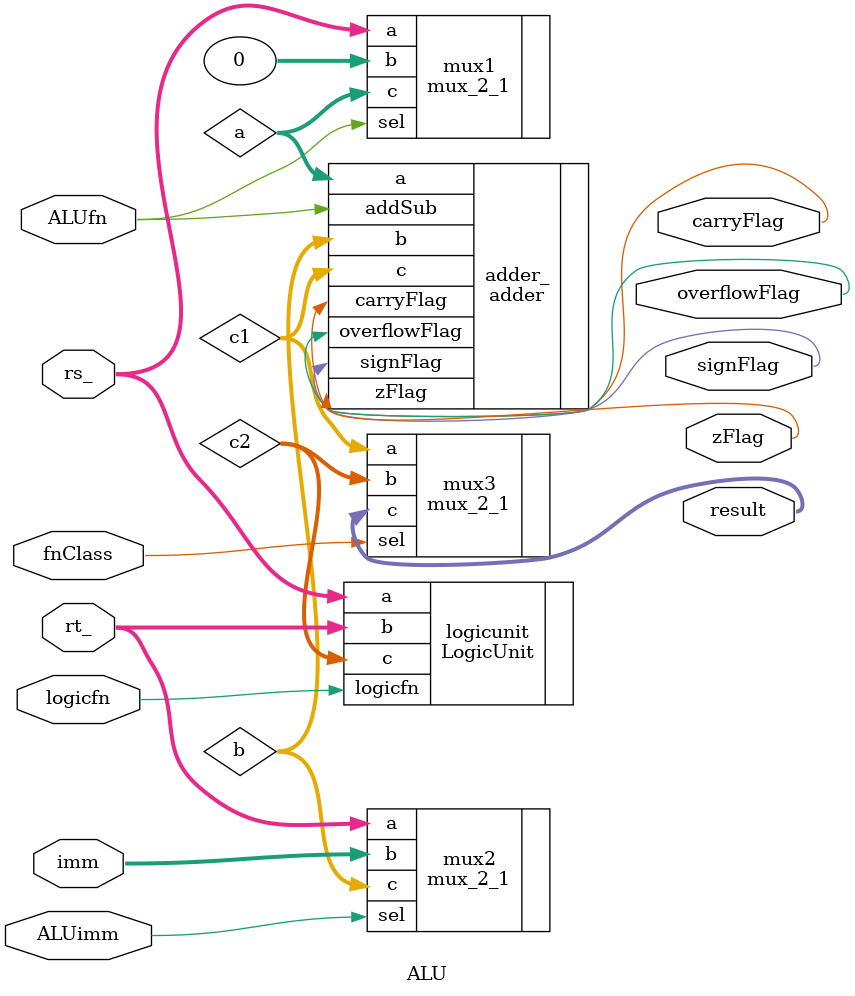
<source format=v>
`timescale 1ns / 1ps
module ALU(
		input[31:0] rs_,
		input[31:0] rt_,
		input[31:0] imm,
		input ALUimm,
		input ALUfn,
		input logicfn,
		input fnClass,
		output[31:0] result,
		output zFlag,
		output carryFlag,
		output signFlag,
		output overflowFlag
    );
wire[31:0] a,b,c1,c2;
mux_2_1 mux1(.a(rs_),.b(0),.sel(ALUfn),.c(a));
mux_2_1 mux2(.a(rt_),.b(imm),.sel(ALUimm),.c(b));
adder adder_(.a(a),.b(b),.addSub(ALUfn),.c(c1),.zFlag(zFlag),.carryFlag(carryFlag),.signFlag(signFlag),.overflowFlag(overflowFlag));
LogicUnit logicunit(.a(rs_),.b(rt_),.logicfn(logicfn),.c(c2));
mux_2_1 mux3(.a(c1),.b(c2),.sel(fnClass),.c(result));

endmodule

</source>
